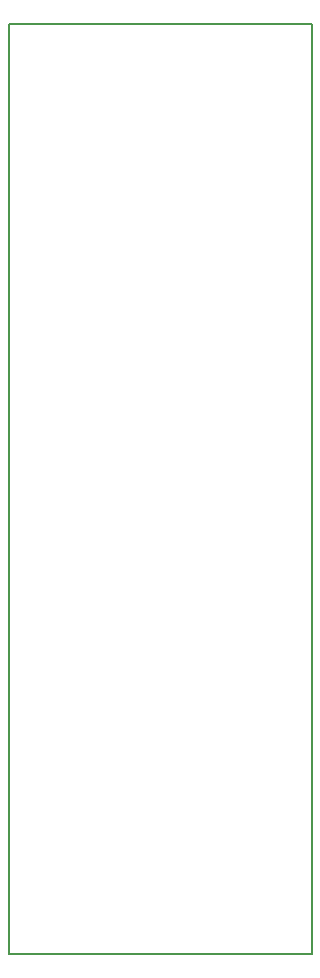
<source format=gbr>
G04 #@! TF.FileFunction,Profile,NP*
%FSLAX46Y46*%
G04 Gerber Fmt 4.6, Leading zero omitted, Abs format (unit mm)*
G04 Created by KiCad (PCBNEW 4.0.7) date 12/01/18 01:17:17*
%MOMM*%
%LPD*%
G01*
G04 APERTURE LIST*
%ADD10C,0.100000*%
%ADD11C,0.150000*%
G04 APERTURE END LIST*
D10*
D11*
X55626000Y-29464000D02*
X81280000Y-29464000D01*
X55626000Y-108204000D02*
X55626000Y-29464000D01*
X81280000Y-108204000D02*
X55626000Y-108204000D01*
X81280000Y-29464000D02*
X81280000Y-108204000D01*
M02*

</source>
